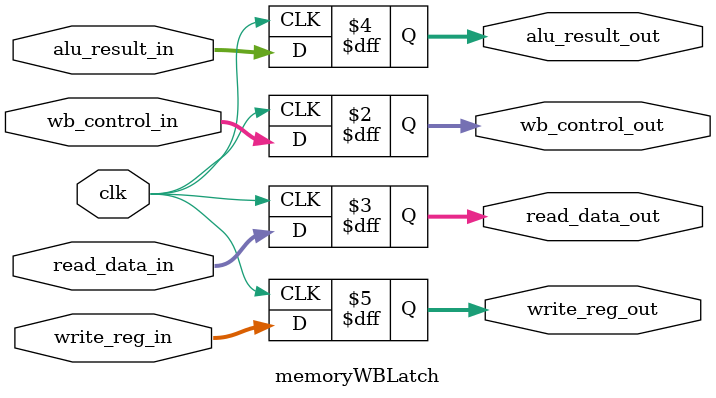
<source format=v>
`timescale 1ns / 1ps


module memoryWBLatch(
    input  wire        clk,
    // control from MEM stage
    input  wire [1:0]  wb_control_in,     // {RegWrite, MemToReg}
    // from MEM stage
    input  wire [31:0] read_data_in,
    input  wire [31:0] alu_result_in,
    input  wire [4:0]  write_reg_in,

    output reg  [1:0]  wb_control_out,
    output reg  [31:0] read_data_out,
    output reg  [31:0] alu_result_out,
    output reg  [4:0]  write_reg_out
);
    always @(posedge clk) begin
        wb_control_out <= wb_control_in;
        read_data_out  <= read_data_in;
        alu_result_out <= alu_result_in;
        write_reg_out  <= write_reg_in;
    end
endmodule
</source>
